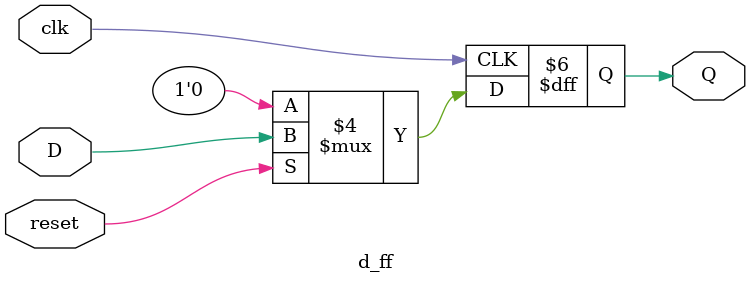
<source format=v>
module top_module (
    input clk,
    input resetn,   // synchronous reset
    input in,
    output out);
    
    wire [3:0]q;
    
    d_ff df0(clk, resetn, in,   q[0]);
    d_ff df1(clk, resetn, q[0], q[1]);
    d_ff df2(clk, resetn, q[1], q[2]);
    d_ff df3(clk, resetn, q[2], out);
   
endmodule

module d_ff(input clk, input reset, input D, output Q);
    always@(posedge clk)
        if(!reset)
            Q<=1'b0;
    else
        Q<=D;
endmodule

</source>
